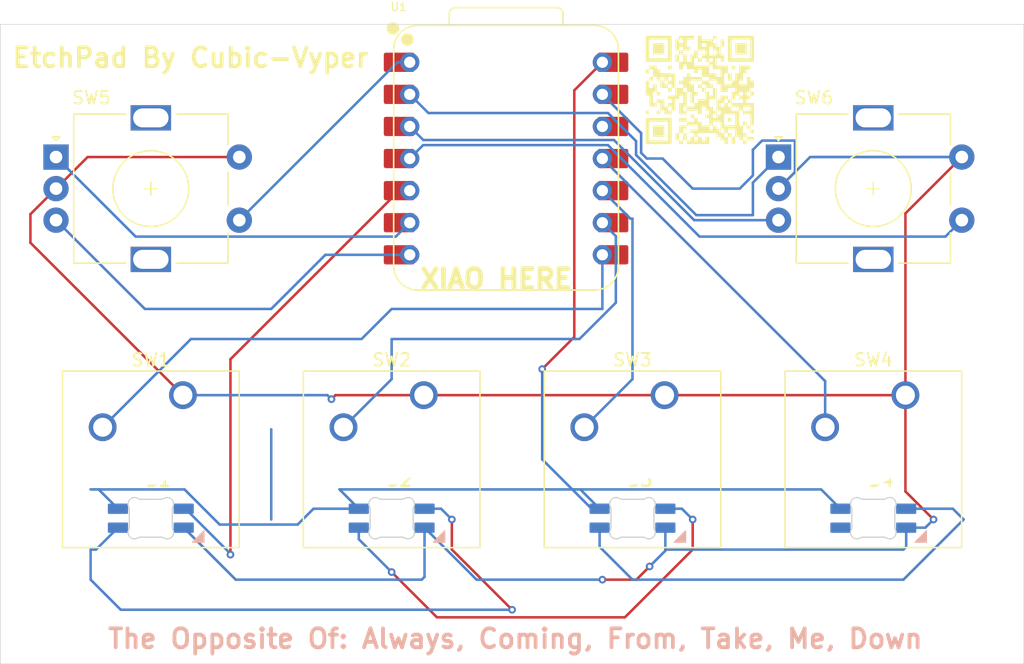
<source format=kicad_pcb>
(kicad_pcb (version 20241229) (generator "pcbnew") (generator_version "9.0")
  (layers (0 "F.Cu" signal) (2 "B.Cu" signal) (13 "F.Paste" user) (15 "B.Paste" user) (5 "F.SilkS" user "F.Silkscreen") (7 "B.SilkS" user "B.Silkscreen") (1 "F.Mask" user) (3 "B.Mask" user) (25 "Edge.Cuts" user))
  (net 0 "")
  (net 1 "+5V")
  (net 2 "Net-(D1-DIN)")
  (net 3 "Net-(D1-DOUT)")
  (net 4 "GND")
  (net 5 "Net-(D2-DOUT)")
  (net 6 "Net-(U1-GPIO1{slash}RX)")
  (net 7 "Net-(U1-GPIO2{slash}SCK)")
  (net 8 "Net-(U1-GPIO4{slash}MISO)")
  (net 9 "Net-(U1-GPIO3{slash}MOSI)")
  (net 10 "B1")
  (net 11 "A1")
  (net 12 "A2")
  (net 13 "B2")
  (net 14 "S1")
  (net 16 "S2")
  (net 17 "Net-(D3-DOUT)")
  (footprint "Seeed Studio XIAO Series Library:QR" (layer "F.Cu") (at 95.814261 87.413308)
    (property "Reference" "G***" (hide yes))
    (property "Value" "LOGO" (hide yes))
  )
  (footprint "OPL Lib:SK6812MINI-E_fixed" (layer "F.Cu") (at 109.5375 121.44375)
    (property "Reference" "D4" (at 0.6 -3.1 0) (layer "F.SilkS") (effects (font (thickness 0.2) (bold yes))))
    (property "Value" "SK6812MINI-E")
    (fp_line (start -1.699998 0.6) (end -1.699998 -0.805684) (stroke (width 0.1)) (layer "Edge.Cuts"))
    (fp_line (start -0.794451 -1.602841) (end 0.794454 -1.602841) (stroke (width 0.1)) (layer "Edge.Cuts"))
    (fp_line (start 0.794453 1.397158) (end -0.794451 1.397158) (stroke (width 0.1)) (layer "Edge.Cuts"))
    (fp_line (start 1.7 -0.805684) (end 1.7 0.6) (stroke (width 0.1)) (layer "Edge.Cuts"))
    (fp_arc (start -1.749483 -1.022562) (mid -1.712526 -0.91691) (end -1.699998 -0.805684) (stroke (width 0.1)) (layer "Edge.Cuts"))
    (fp_arc (start -1.749483 -1.022562) (mid -1.63807 -1.606877) (end -1.04671 -1.671141) (stroke (width 0.1)) (layer "Edge.Cuts"))
    (fp_arc (start -1.699998 0.600001) (mid -1.712526 0.711226) (end -1.749483 0.816878) (stroke (width 0.1)) (layer "Edge.Cuts"))
    (fp_arc (start -1.04671 1.465455) (mid -1.638069 1.401192) (end -1.749483 0.816878) (stroke (width 0.1)) (layer "Edge.Cuts"))
    (fp_arc (start -1.046709 1.465457) (mid -0.925121 1.414535) (end -0.794451 1.397158) (stroke (width 0.1)) (layer "Edge.Cuts"))
    (fp_arc (start -0.794452 -1.602842) (mid -0.925122 -1.620219) (end -1.04671 -1.671141) (stroke (width 0.1)) (layer "Edge.Cuts"))
    (fp_arc (start 0.794453 1.397158) (mid 0.925124 1.414535) (end 1.046712 1.465457) (stroke (width 0.1)) (layer "Edge.Cuts"))
    (fp_arc (start 1.046712 -1.67114) (mid 0.925124 -1.620218) (end 0.794454 -1.602841) (stroke (width 0.1)) (layer "Edge.Cuts"))
    (fp_arc (start 1.046712 -1.67114) (mid 1.638072 -1.606876) (end 1.749485 -1.022562) (stroke (width 0.1)) (layer "Edge.Cuts"))
    (fp_arc (start 1.7 -0.805685) (mid 1.712528 -0.91691) (end 1.749485 -1.022562) (stroke (width 0.1)) (layer "Edge.Cuts"))
    (fp_arc (start 1.749485 0.816877) (mid 1.638073 1.401193) (end 1.046712 1.465457) (stroke (width 0.1)) (layer "Edge.Cuts"))
    (fp_arc (start 1.749485 0.816878) (mid 1.712528 0.711226) (end 1.7 0.6) (stroke (width 0.1)) (layer "Edge.Cuts"))
    (pad "1" smd roundrect (at -2.599999 -0.852842 270) (size 0.82 1.6) (layers "B.Cu" "B.Mask" "B.Paste") (roundrect_rratio 0.1) (net 1 "+5V"))
    (pad "2" smd roundrect (at -2.599999 0.647158 270) (size 0.82 1.6) (layers "B.Cu" "B.Mask" "B.Paste") (roundrect_rratio 0.1))
    (pad "3" smd roundrect (at 2.600001 0.647158 270) (size 0.82 1.6) (layers "B.Cu" "B.Mask" "B.Paste") (roundrect_rratio 0.1) (net 4 "GND"))
    (pad "4" smd roundrect (at 2.600001 -0.852842 270) (size 0.82 1.6) (layers "B.Cu" "B.Mask" "B.Paste") (roundrect_rratio 0.1) (net 17 "Net-(D3-DOUT)"))
  )
  (footprint "Button_Switch_Keyboard:SW_Cherry_MX_1.00u_PCB" (layer "F.Cu") (at 54.9275 111.60125)
    (property "Reference" "SW1" (at -2.54 -2.794 0) (layer "F.SilkS"))
    (property "Value" "SW_Push")
    (pad "" np_thru_hole circle (at -7.62 5.08) (size 1.7 1.7) (drill 1.7) (layers "*.Cu" "*.Mask"))
    (pad "" np_thru_hole circle (at -2.54 5.08) (size 4 4) (drill 4) (layers "*.Cu" "*.Mask"))
    (pad "" np_thru_hole circle (at 2.54 5.08) (size 1.7 1.7) (drill 1.7) (layers "*.Cu" "*.Mask"))
    (pad "1" thru_hole circle (at 0 0) (size 2.2 2.2) (drill 1.5) (layers "*.Cu" "*.Mask") (net 4 "GND"))
    (pad "2" thru_hole circle (at -6.35 2.54) (size 2.2 2.2) (drill 1.5) (layers "*.Cu" "*.Mask") (net 6 "Net-(U1-GPIO1{slash}RX)"))
  )
  (footprint "OPL Lib:SK6812MINI-E_fixed" (layer "F.Cu") (at 90.4875 121.44375)
    (property "Reference" "D3" (at 0.6 -3.1 0) (layer "F.SilkS") (effects (font (thickness 0.2) (bold yes))))
    (property "Value" "SK6812MINI-E")
    (fp_line (start -1.699998 0.6) (end -1.699998 -0.805684) (stroke (width 0.1)) (layer "Edge.Cuts"))
    (fp_line (start -0.794451 -1.602841) (end 0.794454 -1.602841) (stroke (width 0.1)) (layer "Edge.Cuts"))
    (fp_line (start 0.794453 1.397158) (end -0.794451 1.397158) (stroke (width 0.1)) (layer "Edge.Cuts"))
    (fp_line (start 1.7 -0.805684) (end 1.7 0.6) (stroke (width 0.1)) (layer "Edge.Cuts"))
    (fp_arc (start -1.749483 -1.022562) (mid -1.712526 -0.91691) (end -1.699998 -0.805684) (stroke (width 0.1)) (layer "Edge.Cuts"))
    (fp_arc (start -1.749483 -1.022562) (mid -1.63807 -1.606877) (end -1.04671 -1.671141) (stroke (width 0.1)) (layer "Edge.Cuts"))
    (fp_arc (start -1.699998 0.600001) (mid -1.712526 0.711226) (end -1.749483 0.816878) (stroke (width 0.1)) (layer "Edge.Cuts"))
    (fp_arc (start -1.04671 1.465455) (mid -1.638069 1.401192) (end -1.749483 0.816878) (stroke (width 0.1)) (layer "Edge.Cuts"))
    (fp_arc (start -1.046709 1.465457) (mid -0.925121 1.414535) (end -0.794451 1.397158) (stroke (width 0.1)) (layer "Edge.Cuts"))
    (fp_arc (start -0.794452 -1.602842) (mid -0.925122 -1.620219) (end -1.04671 -1.671141) (stroke (width 0.1)) (layer "Edge.Cuts"))
    (fp_arc (start 0.794453 1.397158) (mid 0.925124 1.414535) (end 1.046712 1.465457) (stroke (width 0.1)) (layer "Edge.Cuts"))
    (fp_arc (start 1.046712 -1.67114) (mid 0.925124 -1.620218) (end 0.794454 -1.602841) (stroke (width 0.1)) (layer "Edge.Cuts"))
    (fp_arc (start 1.046712 -1.67114) (mid 1.638072 -1.606876) (end 1.749485 -1.022562) (stroke (width 0.1)) (layer "Edge.Cuts"))
    (fp_arc (start 1.7 -0.805685) (mid 1.712528 -0.91691) (end 1.749485 -1.022562) (stroke (width 0.1)) (layer "Edge.Cuts"))
    (fp_arc (start 1.749485 0.816877) (mid 1.638073 1.401193) (end 1.046712 1.465457) (stroke (width 0.1)) (layer "Edge.Cuts"))
    (fp_arc (start 1.749485 0.816878) (mid 1.712528 0.711226) (end 1.7 0.6) (stroke (width 0.1)) (layer "Edge.Cuts"))
    (pad "1" smd roundrect (at -2.599999 -0.852842 270) (size 0.82 1.6) (layers "B.Cu" "B.Mask" "B.Paste") (roundrect_rratio 0.1) (net 1 "+5V"))
    (pad "2" smd roundrect (at -2.599999 0.647158 270) (size 0.82 1.6) (layers "B.Cu" "B.Mask" "B.Paste") (roundrect_rratio 0.1) (net 17 "Net-(D3-DOUT)"))
    (pad "3" smd roundrect (at 2.600001 0.647158 270) (size 0.82 1.6) (layers "B.Cu" "B.Mask" "B.Paste") (roundrect_rratio 0.1) (net 4 "GND"))
    (pad "4" smd roundrect (at 2.600001 -0.852842 270) (size 0.82 1.6) (layers "B.Cu" "B.Mask" "B.Paste") (roundrect_rratio 0.1) (net 5 "Net-(D2-DOUT)"))
  )
  (footprint "Button_Switch_Keyboard:SW_Cherry_MX_1.00u_PCB" (layer "F.Cu") (at 112.0775 111.60125)
    (property "Reference" "SW4" (at -2.54 -2.794 0) (layer "F.SilkS"))
    (property "Value" "SW_Push")
    (pad "" np_thru_hole circle (at -7.62 5.08) (size 1.7 1.7) (drill 1.7) (layers "*.Cu" "*.Mask"))
    (pad "" np_thru_hole circle (at -2.54 5.08) (size 4 4) (drill 4) (layers "*.Cu" "*.Mask"))
    (pad "" np_thru_hole circle (at 2.54 5.08) (size 1.7 1.7) (drill 1.7) (layers "*.Cu" "*.Mask"))
    (pad "1" thru_hole circle (at 0 0) (size 2.2 2.2) (drill 1.5) (layers "*.Cu" "*.Mask") (net 4 "GND"))
    (pad "2" thru_hole circle (at -6.35 2.54) (size 2.2 2.2) (drill 1.5) (layers "*.Cu" "*.Mask") (net 9 "Net-(U1-GPIO3{slash}MOSI)"))
  )
  (footprint "OPL Lib:SK6812MINI-E_fixed" (layer "F.Cu") (at 52.3875 121.44375)
    (property "Reference" "D1" (at 0.6 -3.1 0) (layer "F.SilkS") (effects (font (thickness 0.2) (bold yes))))
    (property "Value" "SK6812MINI-E")
    (fp_line (start -1.699998 0.6) (end -1.699998 -0.805684) (stroke (width 0.1)) (layer "Edge.Cuts"))
    (fp_line (start -0.794451 -1.602841) (end 0.794454 -1.602841) (stroke (width 0.1)) (layer "Edge.Cuts"))
    (fp_line (start 0.794453 1.397158) (end -0.794451 1.397158) (stroke (width 0.1)) (layer "Edge.Cuts"))
    (fp_line (start 1.7 -0.805684) (end 1.7 0.6) (stroke (width 0.1)) (layer "Edge.Cuts"))
    (fp_arc (start -1.749483 -1.022562) (mid -1.712526 -0.91691) (end -1.699998 -0.805684) (stroke (width 0.1)) (layer "Edge.Cuts"))
    (fp_arc (start -1.749483 -1.022562) (mid -1.63807 -1.606877) (end -1.04671 -1.671141) (stroke (width 0.1)) (layer "Edge.Cuts"))
    (fp_arc (start -1.699998 0.600001) (mid -1.712526 0.711226) (end -1.749483 0.816878) (stroke (width 0.1)) (layer "Edge.Cuts"))
    (fp_arc (start -1.04671 1.465455) (mid -1.638069 1.401192) (end -1.749483 0.816878) (stroke (width 0.1)) (layer "Edge.Cuts"))
    (fp_arc (start -1.046709 1.465457) (mid -0.925121 1.414535) (end -0.794451 1.397158) (stroke (width 0.1)) (layer "Edge.Cuts"))
    (fp_arc (start -0.794452 -1.602842) (mid -0.925122 -1.620219) (end -1.04671 -1.671141) (stroke (width 0.1)) (layer "Edge.Cuts"))
    (fp_arc (start 0.794453 1.397158) (mid 0.925124 1.414535) (end 1.046712 1.465457) (stroke (width 0.1)) (layer "Edge.Cuts"))
    (fp_arc (start 1.046712 -1.67114) (mid 0.925124 -1.620218) (end 0.794454 -1.602841) (stroke (width 0.1)) (layer "Edge.Cuts"))
    (fp_arc (start 1.046712 -1.67114) (mid 1.638072 -1.606876) (end 1.749485 -1.022562) (stroke (width 0.1)) (layer "Edge.Cuts"))
    (fp_arc (start 1.7 -0.805685) (mid 1.712528 -0.91691) (end 1.749485 -1.022562) (stroke (width 0.1)) (layer "Edge.Cuts"))
    (fp_arc (start 1.749485 0.816877) (mid 1.638073 1.401193) (end 1.046712 1.465457) (stroke (width 0.1)) (layer "Edge.Cuts"))
    (fp_arc (start 1.749485 0.816878) (mid 1.712528 0.711226) (end 1.7 0.6) (stroke (width 0.1)) (layer "Edge.Cuts"))
    (pad "1" smd roundrect (at -2.599999 -0.852842 270) (size 0.82 1.6) (layers "B.Cu" "B.Mask" "B.Paste") (roundrect_rratio 0.1) (net 1 "+5V"))
    (pad "2" smd roundrect (at -2.599999 0.647158 270) (size 0.82 1.6) (layers "B.Cu" "B.Mask" "B.Paste") (roundrect_rratio 0.1) (net 3 "Net-(D1-DOUT)"))
    (pad "3" smd roundrect (at 2.600001 0.647158 270) (size 0.82 1.6) (layers "B.Cu" "B.Mask" "B.Paste") (roundrect_rratio 0.1) (net 4 "GND"))
    (pad "4" smd roundrect (at 2.600001 -0.852842 270) (size 0.82 1.6) (layers "B.Cu" "B.Mask" "B.Paste") (roundrect_rratio 0.1) (net 2 "Net-(D1-DIN)"))
  )
  (footprint "Rotary_Encoder:RotaryEncoder_Alps_EC11E-Switch_Vertical_H20mm" (layer "F.Cu") (at 44.8875 92.75)
    (property "Reference" "SW5" (at 2.8 -4.7 0) (layer "F.SilkS"))
    (property "Value" "RotaryEncoder_Switch")
    (pad "A" thru_hole rect (at 0 0) (size 2 2) (drill 1) (layers "*.Cu" "*.Mask") (net 11 "A1"))
    (pad "B" thru_hole circle (at 0 5) (size 2 2) (drill 1) (layers "*.Cu" "*.Mask") (net 10 "B1"))
    (pad "C" thru_hole circle (at 0 2.5) (size 2 2) (drill 1) (layers "*.Cu" "*.Mask") (net 4 "GND"))
    (pad "MP" thru_hole rect (at 7.5 -3.1) (size 3.2 2) (drill oval 2.8 1.5) (layers "*.Cu" "*.Mask"))
    (pad "MP" thru_hole rect (at 7.5 8.1) (size 3.2 2) (drill oval 2.8 1.5) (layers "*.Cu" "*.Mask"))
    (pad "S1" thru_hole circle (at 14.5 5) (size 2 2) (drill 1) (layers "*.Cu" "*.Mask") (net 14 "S1"))
    (pad "S2" thru_hole circle (at 14.5 0) (size 2 2) (drill 1) (layers "*.Cu" "*.Mask") (net 4 "GND"))
  )
  (footprint "Button_Switch_Keyboard:SW_Cherry_MX_1.00u_PCB" (layer "F.Cu") (at 93.0275 111.60125)
    (property "Reference" "SW3" (at -2.54 -2.794 0) (layer "F.SilkS"))
    (property "Value" "SW_Push")
    (pad "" np_thru_hole circle (at -7.62 5.08) (size 1.7 1.7) (drill 1.7) (layers "*.Cu" "*.Mask"))
    (pad "" np_thru_hole circle (at -2.54 5.08) (size 4 4) (drill 4) (layers "*.Cu" "*.Mask"))
    (pad "" np_thru_hole circle (at 2.54 5.08) (size 1.7 1.7) (drill 1.7) (layers "*.Cu" "*.Mask"))
    (pad "1" thru_hole circle (at 0 0) (size 2.2 2.2) (drill 1.5) (layers "*.Cu" "*.Mask") (net 4 "GND"))
    (pad "2" thru_hole circle (at -6.35 2.54) (size 2.2 2.2) (drill 1.5) (layers "*.Cu" "*.Mask") (net 8 "Net-(U1-GPIO4{slash}MISO)"))
  )
  (footprint "OPL Lib:XIAO-RP2040-DIP" (layer "F.Cu") (at 80.48625 92.86875)
    (property "Reference" "U1" (at -8.5 -12 0) (layer "F.SilkS") (effects (font (size 0.635 0.635) (thickness 0.1016))))
    (property "Value" "XIAO-RP2040-DIP")
    (pad "1" smd roundrect (at -8.455 -7.62 180) (size 2.432 1.524) (layers "F.Cu" "F.Mask") (roundrect_rratio 0.1) (net 14 "S1"))
    (pad "1" thru_hole circle (at -7.62 -7.62 180) (size 1.524 1.524) (drill 0.889) (layers "*.Cu" "*.Mask") (net 14 "S1"))
    (pad "2" smd roundrect (at -8.455 -5.08 180) (size 2.432 1.524) (layers "F.Cu" "F.Mask") (roundrect_rratio 0.1) (net 12 "A2"))
    (pad "2" thru_hole circle (at -7.62 -5.08 180) (size 1.524 1.524) (drill 0.889) (layers "*.Cu" "*.Mask") (net 12 "A2"))
    (pad "3" smd roundrect (at -8.455 -2.54 180) (size 2.432 1.524) (layers "F.Cu" "F.Mask") (roundrect_rratio 0.1) (net 13 "B2"))
    (pad "3" thru_hole circle (at -7.62 -2.54 180) (size 1.524 1.524) (drill 0.889) (layers "*.Cu" "*.Mask") (net 13 "B2"))
    (pad "4" smd roundrect (at -8.455 0 180) (size 2.432 1.524) (layers "F.Cu" "F.Mask") (roundrect_rratio 0.1) (net 16 "S2"))
    (pad "4" thru_hole circle (at -7.62 0 180) (size 1.524 1.524) (drill 0.889) (layers "*.Cu" "*.Mask") (net 16 "S2"))
    (pad "5" smd roundrect (at -8.455 2.54 180) (size 2.432 1.524) (layers "F.Cu" "F.Mask") (roundrect_rratio 0.1) (net 2 "Net-(D1-DIN)"))
    (pad "5" thru_hole circle (at -7.62 2.54 180) (size 1.524 1.524) (drill 0.889) (layers "*.Cu" "*.Mask") (net 2 "Net-(D1-DIN)"))
    (pad "6" smd roundrect (at -8.455 5.08 180) (size 2.432 1.524) (layers "F.Cu" "F.Mask") (roundrect_rratio 0.1) (net 11 "A1"))
    (pad "6" thru_hole circle (at -7.62 5.08 180) (size 1.524 1.524) (drill 0.889) (layers "*.Cu" "*.Mask") (net 11 "A1"))
    (pad "7" smd roundrect (at -8.455 7.62 180) (size 2.432 1.524) (layers "F.Cu" "F.Mask") (roundrect_rratio 0.1) (net 10 "B1"))
    (pad "7" thru_hole circle (at -7.62 7.62 180) (size 1.524 1.524) (drill 0.889) (layers "*.Cu" "*.Mask") (net 10 "B1"))
    (pad "8" thru_hole circle (at 7.62 7.62) (size 1.524 1.524) (drill 0.889) (layers "*.Cu" "*.Mask") (net 6 "Net-(U1-GPIO1{slash}RX)"))
    (pad "8" smd roundrect (at 8.455 7.62) (size 2.432 1.524) (layers "F.Cu" "F.Mask") (roundrect_rratio 0.1) (net 6 "Net-(U1-GPIO1{slash}RX)"))
    (pad "9" thru_hole circle (at 7.62 5.08) (size 1.524 1.524) (drill 0.889) (layers "*.Cu" "*.Mask") (net 7 "Net-(U1-GPIO2{slash}SCK)"))
    (pad "9" smd roundrect (at 8.455 5.08) (size 2.432 1.524) (layers "F.Cu" "F.Mask") (roundrect_rratio 0.1) (net 7 "Net-(U1-GPIO2{slash}SCK)"))
    (pad "10" thru_hole circle (at 7.62 2.54) (size 1.524 1.524) (drill 0.889) (layers "*.Cu" "*.Mask") (net 8 "Net-(U1-GPIO4{slash}MISO)"))
    (pad "10" smd roundrect (at 8.455 2.54) (size 2.432 1.524) (layers "F.Cu" "F.Mask") (roundrect_rratio 0.1) (net 8 "Net-(U1-GPIO4{slash}MISO)"))
    (pad "11" thru_hole circle (at 7.62 0) (size 1.524 1.524) (drill 0.889) (layers "*.Cu" "*.Mask") (net 9 "Net-(U1-GPIO3{slash}MOSI)"))
    (pad "11" smd roundrect (at 8.455 0) (size 2.432 1.524) (layers "F.Cu" "F.Mask") (roundrect_rratio 0.1) (net 9 "Net-(U1-GPIO3{slash}MOSI)"))
    (pad "12" thru_hole circle (at 7.62 -2.54) (size 1.524 1.524) (drill 0.889) (layers "*.Cu" "*.Mask"))
    (pad "12" smd roundrect (at 8.455 -2.54) (size 2.432 1.524) (layers "F.Cu" "F.Mask") (roundrect_rratio 0.1))
    (pad "13" thru_hole circle (at 7.62 -5.08) (size 1.524 1.524) (drill 0.889) (layers "*.Cu" "*.Mask") (net 4 "GND"))
    (pad "13" smd roundrect (at 8.455 -5.08) (size 2.432 1.524) (layers "F.Cu" "F.Mask") (roundrect_rratio 0.1) (net 4 "GND"))
    (pad "14" thru_hole circle (at 7.62 -7.62) (size 1.524 1.524) (drill 0.889) (layers "*.Cu" "*.Mask") (net 1 "+5V"))
    (pad "14" smd roundrect (at 8.455 -7.62) (size 2.432 1.524) (layers "F.Cu" "F.Mask") (roundrect_rratio 0.1) (net 1 "+5V"))
  )
  (footprint "Rotary_Encoder:RotaryEncoder_Alps_EC11E-Switch_Vertical_H20mm" (layer "F.Cu") (at 102.0375 92.75)
    (property "Reference" "SW6" (at 2.8 -4.7 0) (layer "F.SilkS"))
    (property "Value" "RotaryEncoder_Switch")
    (pad "A" thru_hole rect (at 0 0) (size 2 2) (drill 1) (layers "*.Cu" "*.Mask") (net 12 "A2"))
    (pad "B" thru_hole circle (at 0 5) (size 2 2) (drill 1) (layers "*.Cu" "*.Mask") (net 13 "B2"))
    (pad "C" thru_hole circle (at 0 2.5) (size 2 2) (drill 1) (layers "*.Cu" "*.Mask") (net 4 "GND"))
    (pad "MP" thru_hole rect (at 7.5 -3.1) (size 3.2 2) (drill oval 2.8 1.5) (layers "*.Cu" "*.Mask"))
    (pad "MP" thru_hole rect (at 7.5 8.1) (size 3.2 2) (drill oval 2.8 1.5) (layers "*.Cu" "*.Mask"))
    (pad "S1" thru_hole circle (at 14.5 5) (size 2 2) (drill 1) (layers "*.Cu" "*.Mask") (net 16 "S2"))
    (pad "S2" thru_hole circle (at 14.5 0) (size 2 2) (drill 1) (layers "*.Cu" "*.Mask") (net 4 "GND"))
  )
  (footprint "OPL Lib:SK6812MINI-E_fixed" (layer "F.Cu") (at 71.4375 121.44375)
    (property "Reference" "D2" (at 0.6 -3.1 0) (layer "F.SilkS") (effects (font (thickness 0.2) (bold yes))))
    (property "Value" "SK6812MINI-E")
    (fp_line (start -1.699998 0.6) (end -1.699998 -0.805684) (stroke (width 0.1)) (layer "Edge.Cuts"))
    (fp_line (start -0.794451 -1.602841) (end 0.794454 -1.602841) (stroke (width 0.1)) (layer "Edge.Cuts"))
    (fp_line (start 0.794453 1.397158) (end -0.794451 1.397158) (stroke (width 0.1)) (layer "Edge.Cuts"))
    (fp_line (start 1.7 -0.805684) (end 1.7 0.6) (stroke (width 0.1)) (layer "Edge.Cuts"))
    (fp_arc (start -1.749483 -1.022562) (mid -1.712526 -0.91691) (end -1.699998 -0.805684) (stroke (width 0.1)) (layer "Edge.Cuts"))
    (fp_arc (start -1.749483 -1.022562) (mid -1.63807 -1.606877) (end -1.04671 -1.671141) (stroke (width 0.1)) (layer "Edge.Cuts"))
    (fp_arc (start -1.699998 0.600001) (mid -1.712526 0.711226) (end -1.749483 0.816878) (stroke (width 0.1)) (layer "Edge.Cuts"))
    (fp_arc (start -1.04671 1.465455) (mid -1.638069 1.401192) (end -1.749483 0.816878) (stroke (width 0.1)) (layer "Edge.Cuts"))
    (fp_arc (start -1.046709 1.465457) (mid -0.925121 1.414535) (end -0.794451 1.397158) (stroke (width 0.1)) (layer "Edge.Cuts"))
    (fp_arc (start -0.794452 -1.602842) (mid -0.925122 -1.620219) (end -1.04671 -1.671141) (stroke (width 0.1)) (layer "Edge.Cuts"))
    (fp_arc (start 0.794453 1.397158) (mid 0.925124 1.414535) (end 1.046712 1.465457) (stroke (width 0.1)) (layer "Edge.Cuts"))
    (fp_arc (start 1.046712 -1.67114) (mid 0.925124 -1.620218) (end 0.794454 -1.602841) (stroke (width 0.1)) (layer "Edge.Cuts"))
    (fp_arc (start 1.046712 -1.67114) (mid 1.638072 -1.606876) (end 1.749485 -1.022562) (stroke (width 0.1)) (layer "Edge.Cuts"))
    (fp_arc (start 1.7 -0.805685) (mid 1.712528 -0.91691) (end 1.749485 -1.022562) (stroke (width 0.1)) (layer "Edge.Cuts"))
    (fp_arc (start 1.749485 0.816877) (mid 1.638073 1.401193) (end 1.046712 1.465457) (stroke (width 0.1)) (layer "Edge.Cuts"))
    (fp_arc (start 1.749485 0.816878) (mid 1.712528 0.711226) (end 1.7 0.6) (stroke (width 0.1)) (layer "Edge.Cuts"))
    (pad "1" smd roundrect (at -2.599999 -0.852842 270) (size 0.82 1.6) (layers "B.Cu" "B.Mask" "B.Paste") (roundrect_rratio 0.1) (net 1 "+5V"))
    (pad "2" smd roundrect (at -2.599999 0.647158 270) (size 0.82 1.6) (layers "B.Cu" "B.Mask" "B.Paste") (roundrect_rratio 0.1) (net 5 "Net-(D2-DOUT)"))
    (pad "3" smd roundrect (at 2.600001 0.647158 270) (size 0.82 1.6) (layers "B.Cu" "B.Mask" "B.Paste") (roundrect_rratio 0.1) (net 4 "GND"))
    (pad "4" smd roundrect (at 2.600001 -0.852842 270) (size 0.82 1.6) (layers "B.Cu" "B.Mask" "B.Paste") (roundrect_rratio 0.1) (net 3 "Net-(D1-DOUT)"))
  )
  (footprint "Button_Switch_Keyboard:SW_Cherry_MX_1.00u_PCB" (layer "F.Cu") (at 73.9775 111.60125)
    (property "Reference" "SW2" (at -2.54 -2.794 0) (layer "F.SilkS"))
    (property "Value" "SW_Push")
    (pad "" np_thru_hole circle (at -7.62 5.08) (size 1.7 1.7) (drill 1.7) (layers "*.Cu" "*.Mask"))
    (pad "" np_thru_hole circle (at -2.54 5.08) (size 4 4) (drill 4) (layers "*.Cu" "*.Mask"))
    (pad "" np_thru_hole circle (at 2.54 5.08) (size 1.7 1.7) (drill 1.7) (layers "*.Cu" "*.Mask"))
    (pad "1" thru_hole circle (at 0 0) (size 2.2 2.2) (drill 1.5) (layers "*.Cu" "*.Mask") (net 4 "GND"))
    (pad "2" thru_hole circle (at -6.35 2.54) (size 2.2 2.2) (drill 1.5) (layers "*.Cu" "*.Mask") (net 7 "Net-(U1-GPIO2{slash}SCK)"))
  )
  (gr_rect (start 40.48125 82.249544) (end 121.44375 132.87375) (stroke (width 0.05)) (fill no) (layer "Edge.Cuts"))
  (gr_text "EtchPad By Cubic-Vyper" (at 41.294245 85.763644 0) (layer "F.SilkS") (effects (font (size 1.5 1.5) (thickness 0.3) (bold yes)) (justify left bottom)))
  (gr_text "XIAO HERE" (at 73.50125 103.28275 0) (layer "F.SilkS") (effects (font (size 1.5 1.5) (thickness 0.375) (bold yes)) (justify left bottom)))
  (gr_text "The Opposite Of: Always, Coming, From, Take, Me, Down" (at 48.841548 131.756484 0) (layer "B.SilkS") (effects (font (size 1.5 1.5) (thickness 0.3) (bold yes)) (justify left bottom)))
  (segment (start 85.884317 106.996933) (end 85.884317 87.470683) (width 0.2) (layer "F.Cu") (net 1))
  (segment (start 85.884317 87.470683) (end 88.10625 85.24875) (width 0.2) (layer "F.Cu") (net 1))
  (segment (start 83.34375 109.5375) (end 85.884317 106.996933) (width 0.2) (layer "F.Cu") (net 1))
  (via (at 83.34375 109.5375) (size 0.6) (drill 0.3) (layers "F.Cu" "B.Cu") (net 1))
  (segment (start 67.309093 119.0625) (end 85.725 119.0625) (width 0.2) (layer "B.Cu") (net 1))
  (segment (start 48.259093 119.0625) (end 49.787501 120.590908) (width 0.2) (layer "B.Cu") (net 1))
  (segment (start 83.34375 116.68125) (end 83.34375 109.5375) (width 0.2) (layer "B.Cu") (net 1))
  (segment (start 68.837501 120.590908) (end 65.255058 120.590908) (width 0.2) (layer "B.Cu") (net 1))
  (segment (start 86.359093 119.0625) (end 85.725 119.0625) (width 0.2) (layer "B.Cu") (net 1))
  (segment (start 87.887501 120.590908) (end 87.253408 120.590908) (width 0.2) (layer "B.Cu") (net 1))
  (segment (start 65.255058 120.590908) (end 64.001216 121.84475) (width 0.2) (layer "B.Cu") (net 1))
  (segment (start 64.001216 121.84475) (end 57.831257 121.84475) (width 0.2) (layer "B.Cu") (net 1))
  (segment (start 68.837501 120.590908) (end 67.309093 119.0625) (width 0.2) (layer "B.Cu") (net 1))
  (segment (start 106.937501 120.590908) (end 105.409093 119.0625) (width 0.2) (layer "B.Cu") (net 1))
  (segment (start 87.887501 120.590908) (end 86.359093 119.0625) (width 0.2) (layer "B.Cu") (net 1))
  (segment (start 47.625 119.0625) (end 48.259093 119.0625) (width 0.2) (layer "B.Cu") (net 1))
  (segment (start 105.409093 119.0625) (end 85.725 119.0625) (width 0.2) (layer "B.Cu") (net 1))
  (segment (start 55.049007 119.0625) (end 47.625 119.0625) (width 0.2) (layer "B.Cu") (net 1))
  (segment (start 87.253408 120.590908) (end 83.34375 116.68125) (width 0.2) (layer "B.Cu") (net 1))
  (segment (start 57.831257 121.84475) (end 55.049007 119.0625) (width 0.2) (layer "B.Cu") (net 1))
  (segment (start 58.684814 108.755186) (end 72.03125 95.40875) (width 0.2) (layer "F.Cu") (net 2))
  (segment (start 72.03125 95.40875) (end 72.86625 95.40875) (width 0.2) (layer "F.Cu") (net 2))
  (segment (start 58.684814 124.224511) (end 58.684814 108.755186) (width 0.2) (layer "F.Cu") (net 2))
  (segment (start 71.78862 95.40875) (end 72.86625 95.40875) (width 0.2) (layer "F.Cu") (net 2))
  (via (at 58.684814 124.224511) (size 0.6) (drill 0.3) (layers "F.Cu" "B.Cu") (net 2))
  (segment (start 58.684814 124.152284) (end 58.684814 124.224511) (width 0.2) (layer "B.Cu") (net 2))
  (segment (start 54.987501 120.590908) (end 55.123438 120.590908) (width 0.2) (layer "B.Cu") (net 2))
  (segment (start 55.123438 120.590908) (end 58.684814 124.152284) (width 0.2) (layer "B.Cu") (net 2))
  (segment (start 76.2 123.825) (end 76.2 121.44375) (width 0.2) (layer "F.Cu") (net 3))
  (segment (start 80.9625 128.5875) (end 76.2 123.825) (width 0.2) (layer "F.Cu") (net 3))
  (via (at 80.9625 128.5875) (size 0.6) (drill 0.3) (layers "F.Cu" "B.Cu") (net 3))
  (via (at 76.2 121.44375) (size 0.6) (drill 0.3) (layers "F.Cu" "B.Cu") (net 3))
  (segment (start 47.625 126.20625) (end 50.00625 128.5875) (width 0.2) (layer "B.Cu") (net 3))
  (segment (start 50.00625 128.5875) (end 80.9625 128.5875) (width 0.2) (layer "B.Cu") (net 3))
  (segment (start 49.787501 122.090908) (end 48.053409 123.825) (width 0.2) (layer "B.Cu") (net 3))
  (segment (start 75.347158 120.590908) (end 76.2 121.44375) (width 0.2) (layer "B.Cu") (net 3))
  (segment (start 74.037501 120.590908) (end 75.347158 120.590908) (width 0.2) (layer "B.Cu") (net 3))
  (segment (start 47.625 123.825) (end 47.625 126.20625) (width 0.2) (layer "B.Cu") (net 3))
  (segment (start 48.053409 123.825) (end 47.625 123.825) (width 0.2) (layer "B.Cu") (net 3))
  (segment (start 90.796705 126.20625) (end 91.841745 125.16121) (width 0.2) (layer "F.Cu") (net 4))
  (segment (start 73.9775 111.60125) (end 93.0275 111.60125) (width 0.2) (layer "F.Cu") (net 4))
  (segment (start 112.0775 119.22125) (end 112.0775 111.60125) (width 0.2) (layer "F.Cu") (net 4))
  (segment (start 93.0275 111.60125) (end 112.0775 111.60125) (width 0.2) (layer "F.Cu") (net 4))
  (segment (start 66.9925 111.60125) (end 73.9775 111.60125) (width 0.2) (layer "F.Cu") (net 4))
  (segment (start 42.8625 99.53625) (end 42.8625 97.275) (width 0.2) (layer "F.Cu") (net 4))
  (segment (start 112.0775 97.21) (end 116.5375 92.75) (width 0.2) (layer "F.Cu") (net 4))
  (segment (start 66.675 111.91875) (end 66.9925 111.60125) (width 0.2) (layer "F.Cu") (net 4))
  (segment (start 88.10625 126.20625) (end 90.796705 126.20625) (width 0.2) (layer "F.Cu") (net 4))
  (segment (start 42.8625 97.275) (end 44.8875 95.25) (width 0.2) (layer "F.Cu") (net 4))
  (segment (start 47.3875 92.75) (end 59.3875 92.75) (width 0.2) (layer "F.Cu") (net 4))
  (segment (start 114.3 121.44375) (end 112.0775 119.22125) (width 0.2) (layer "F.Cu") (net 4))
  (segment (start 112.0775 111.60125) (end 112.0775 97.21) (width 0.2) (layer "F.Cu") (net 4))
  (segment (start 44.8875 95.25) (end 47.3875 92.75) (width 0.2) (layer "F.Cu") (net 4))
  (segment (start 54.9275 111.60125) (end 42.8625 99.53625) (width 0.2) (layer "F.Cu") (net 4))
  (via (at 91.841745 125.16121) (size 0.6) (drill 0.3) (layers "F.Cu" "B.Cu") (net 4))
  (via (at 114.3 121.44375) (size 0.6) (drill 0.3) (layers "F.Cu" "B.Cu") (net 4))
  (via (at 66.675 111.91875) (size 0.6) (drill 0.3) (layers "F.Cu" "B.Cu") (net 4))
  (via (at 88.10625 126.20625) (size 0.6) (drill 0.3) (layers "F.Cu" "B.Cu") (net 4))
  (segment (start 61.9125 114.3) (end 61.9125 119.0625) (width 0.2) (layer "B.Cu") (net 4))
  (segment (start 103.3385 91.46575) (end 103.32175 91.449) (width 0.2) (layer "B.Cu") (net 4))
  (segment (start 74.037501 122.090908) (end 78.152843 126.20625) (width 0.2) (layer "B.Cu") (net 4))
  (segment (start 100.0125 92.173) (end 100.0125 94.2079) (width 0.2) (layer "B.Cu") (net 4))
  (segment (start 116.5375 92.75) (end 104.65625 92.75) (width 0.2) (layer "B.Cu") (net 4))
  (segment (start 100.7365 91.449) (end 100.0125 92.173) (width 0.2) (layer "B.Cu") (net 4))
  (segment (start 93.087501 123.915454) (end 93.087501 122.090908) (width 0.2) (layer "B.Cu") (net 4))
  (segment (start 78.152843 126.20625) (end 88.10625 126.20625) (width 0.2) (layer "B.Cu") (net 4))
  (segment (start 113.652842 122.090908) (end 114.3 121.44375) (width 0.2) (layer "B.Cu") (net 4))
  (segment (start 104.5375 92.75) (end 116.5375 92.75) (width 0.2) (layer "B.Cu") (net 4))
  (segment (start 74.037501 125.987499) (end 74.037501 122.090908) (width 0.2) (layer "B.Cu") (net 4))
  (segment (start 112.137501 122.090908) (end 112.137501 123.606249) (width 0.2) (layer "B.Cu") (net 4))
  (segment (start 112.137501 122.090908) (end 113.652842 122.090908) (width 0.2) (layer "B.Cu") (net 4))
  (segment (start 73.81875 126.20625) (end 74.037501 125.987499) (width 0.2) (layer "B.Cu") (net 4))
  (segment (start 111.91875 123.825) (end 93.087501 123.825) (width 0.2) (layer "B.Cu") (net 4))
  (segment (start 91.17205 90.85455) (end 88.10625 87.78875) (width 0.2) (layer "B.Cu") (net 4))
  (segment (start 54.9275 111.60125) (end 66.3575 111.60125) (width 0.2) (layer "B.Cu") (net 4))
  (segment (start 91.17205 92.4191) (end 91.17205 90.85455) (width 0.2) (layer "B.Cu") (net 4))
  (segment (start 102.0375 95.25) (end 104.5375 92.75) (width 0.2) (layer "B.Cu") (net 4))
  (segment (start 92.86875 92.86875) (end 91.6217 92.86875) (width 0.2) (layer "B.Cu") (net 4))
  (segment (start 100.0125 94.2079) (end 98.9704 95.25) (width 0.2) (layer "B.Cu") (net 4))
  (segment (start 91.6217 92.86875) (end 91.17205 92.4191) (width 0.2) (layer "B.Cu") (net 4))
  (segment (start 95.25 95.25) (end 92.86875 92.86875) (width 0.2) (layer "B.Cu") (net 4))
  (segment (start 112.137501 123.606249) (end 111.91875 123.825) (width 0.2) (layer "B.Cu") (net 4))
  (segment (start 102.0375 95.25) (end 103.3385 93.949) (width 0.2) (layer "B.Cu") (net 4))
  (segment (start 54.987501 122.090908) (end 59.102843 126.20625) (width 0.2) (layer "B.Cu") (net 4))
  (segment (start 91.841745 125.16121) (end 93.087501 123.915454) (width 0.2) (layer "B.Cu") (net 4))
  (segment (start 103.32175 91.449) (end 100.7365 91.449) (width 0.2) (layer "B.Cu") (net 4))
  (segment (start 59.102843 126.20625) (end 73.81875 126.20625) (width 0.2) (layer "B.Cu") (net 4))
  (segment (start 61.9125 119.0625) (end 61.9125 121.44375) (width 0.2) (layer "B.Cu") (net 4))
  (segment (start 66.3575 111.60125) (end 66.675 111.91875) (width 0.2) (layer "B.Cu") (net 4))
  (segment (start 103.3385 93.949) (end 103.3385 91.46575) (width 0.2) (layer "B.Cu") (net 4))
  (segment (start 98.9704 95.25) (end 95.25 95.25) (width 0.2) (layer "B.Cu") (net 4))
  (segment (start 89.8865 129.1885) (end 95.25 123.825) (width 0.2) (layer "F.Cu") (net 5))
  (segment (start 75.01975 129.1885) (end 89.8865 129.1885) (width 0.2) (layer "F.Cu") (net 5))
  (segment (start 71.4375 125.60625) (end 75.01975 129.1885) (width 0.2) (layer "F.Cu") (net 5))
  (segment (start 95.25 123.825) (end 95.25 121.44375) (width 0.2) (layer "F.Cu") (net 5))
  (via (at 95.25 121.44375) (size 0.6) (drill 0.3) (layers "F.Cu" "B.Cu") (net 5))
  (via (at 71.4375 125.60625) (size 0.6) (drill 0.3) (layers "F.Cu" "B.Cu") (net 5))
  (segment (start 93.087501 120.590908) (end 94.397158 120.590908) (width 0.2) (layer "B.Cu") (net 5))
  (segment (start 68.837501 122.090908) (end 68.837501 123.006251) (width 0.2) (layer "B.Cu") (net 5))
  (segment (start 94.397158 120.590908) (end 95.25 121.44375) (width 0.2) (layer "B.Cu") (net 5))
  (segment (start 68.837501 123.006251) (end 71.4375 125.60625) (width 0.2) (layer "B.Cu") (net 5))
  (segment (start 71.4375 104.775) (end 88.10625 104.775) (width 0.2) (layer "B.Cu") (net 6))
  (segment (start 88.10625 100.48875) (end 88.10625 104.775) (width 0.2) (layer "B.Cu") (net 6))
  (segment (start 48.5775 114.14125) (end 55.5625 107.15625) (width 0.2) (layer "B.Cu") (net 6))
  (segment (start 69.05625 107.15625) (end 71.4375 104.775) (width 0.2) (layer "B.Cu") (net 6))
  (segment (start 55.5625 107.15625) (end 69.05625 107.15625) (width 0.2) (layer "B.Cu") (net 6))
  (segment (start 86.2921 107.15625) (end 71.4375 107.15625) (width 0.2) (layer "B.Cu") (net 7))
  (segment (start 71.4375 110.33125) (end 67.6275 114.14125) (width 0.2) (layer "B.Cu") (net 7))
  (segment (start 89.16925 104.2791) (end 86.2921 107.15625) (width 0.2) (layer "B.Cu") (net 7))
  (segment (start 89.16925 99.01175) (end 89.16925 104.2791) (width 0.2) (layer "B.Cu") (net 7))
  (segment (start 71.4375 107.15625) (end 71.4375 110.33125) (width 0.2) (layer "B.Cu") (net 7))
  (segment (start 88.10625 97.94875) (end 89.16925 99.01175) (width 0.2) (layer "B.Cu") (net 7))
  (segment (start 90.4875 110.33125) (end 90.4875 97.63125) (width 0.2) (layer "B.Cu") (net 8))
  (segment (start 90.32875 97.63125) (end 88.10625 95.40875) (width 0.2) (layer "B.Cu") (net 8))
  (segment (start 86.6775 114.14125) (end 90.4875 110.33125) (width 0.2) (layer "B.Cu") (net 8))
  (segment (start 90.4875 97.63125) (end 90.32875 97.63125) (width 0.2) (layer "B.Cu") (net 8))
  (segment (start 105.7275 110.49) (end 88.10625 92.86875) (width 0.2) (layer "B.Cu") (net 9))
  (segment (start 105.7275 114.14125) (end 105.7275 110.49) (width 0.2) (layer "B.Cu") (net 9))
  (segment (start 44.8875 97.75) (end 51.9125 104.775) (width 0.2) (layer "B.Cu") (net 10))
  (segment (start 66.19875 100.48875) (end 72.86625 100.48875) (width 0.2) (layer "B.Cu") (net 10))
  (segment (start 51.9125 104.775) (end 61.9125 104.775) (width 0.2) (layer "B.Cu") (net 10))
  (segment (start 61.9125 104.775) (end 66.19875 100.48875) (width 0.2) (layer "B.Cu") (net 10))
  (segment (start 51.1885 99.051) (end 71.764 99.051) (width 0.2) (layer "B.Cu") (net 11))
  (segment (start 71.764 99.051) (end 72.86625 97.94875) (width 0.2) (layer "B.Cu") (net 11))
  (segment (start 44.8875 92.75) (end 51.1885 99.051) (width 0.2) (layer "B.Cu") (net 11))
  (segment (start 100.0125 97.349) (end 95.53485 97.349) (width 0.2) (layer "B.Cu") (net 12))
  (segment (start 102.0375 92.75) (end 100.0125 94.775) (width 0.2) (layer "B.Cu") (net 12))
  (segment (start 95.53485 97.349) (end 90.77105 92.5852) (width 0.2) (layer "B.Cu") (net 12))
  (segment (start 90.77105 92.5852) (end 90.77105 91.49024) (width 0.2) (layer "B.Cu") (net 12))
  (segment (start 88.54656 89.26575) (end 74.34325 89.26575) (width 0.2) (layer "B.Cu") (net 12))
  (segment (start 100.0125 94.775) (end 100.0125 97.349) (width 0.2) (layer "B.Cu") (net 12))
  (segment (start 74.34325 89.26575) (end 72.86625 87.78875) (width 0.2) (layer "B.Cu") (net 12))
  (segment (start 90.77105 91.49024) (end 88.54656 89.26575) (width 0.2) (layer "B.Cu") (net 12))
  (segment (start 95.36875 97.75) (end 89.0235 91.40475) (width 0.2) (layer "B.Cu") (net 13))
  (segment (start 89.0235 91.40475) (end 73.94225 91.40475) (width 0.2) (layer "B.Cu") (net 13))
  (segment (start 73.94225 91.40475) (end 72.86625 90.32875) (width 0.2) (layer "B.Cu") (net 13))
  (segment (start 102.0375 97.75) (end 95.36875 97.75) (width 0.2) (layer "B.Cu") (net 13))
  (segment (start 59.3875 97.75) (end 71.88875 85.24875) (width 0.2) (layer "B.Cu") (net 14))
  (segment (start 71.88875 85.24875) (end 72.86625 85.24875) (width 0.2) (layer "B.Cu") (net 14))
  (segment (start 115.2365 99.051) (end 95.79181 99.051) (width 0.2) (layer "B.Cu") (net 16))
  (segment (start 88.54656 91.80575) (end 73.92925 91.80575) (width 0.2) (layer "B.Cu") (net 16))
  (segment (start 95.79181 99.051) (end 88.54656 91.80575) (width 0.2) (layer "B.Cu") (net 16))
  (segment (start 116.5375 97.75) (end 115.2365 99.051) (width 0.2) (layer "B.Cu") (net 16))
  (segment (start 73.92925 91.80575) (end 72.86625 92.86875) (width 0.2) (layer "B.Cu") (net 16))
  (segment (start 111.91875 126.20625) (end 116.68125 121.44375) (width 0.2) (layer "B.Cu") (net 17))
  (segment (start 87.887501 122.090908) (end 87.887501 123.606251) (width 0.2) (layer "B.Cu") (net 17))
  (segment (start 87.887501 123.606251) (end 90.4875 126.20625) (width 0.2) (layer "B.Cu") (net 17))
  (segment (start 116.68125 121.44375) (end 115.828408 120.590908) (width 0.2) (layer "B.Cu") (net 17))
  (segment (start 115.828408 120.590908) (end 112.137501 120.590908) (width 0.2) (layer "B.Cu") (net 17))
  (segment (start 90.4875 126.20625) (end 111.91875 126.20625) (width 0.2) (layer "B.Cu") (net 17))
)
</source>
